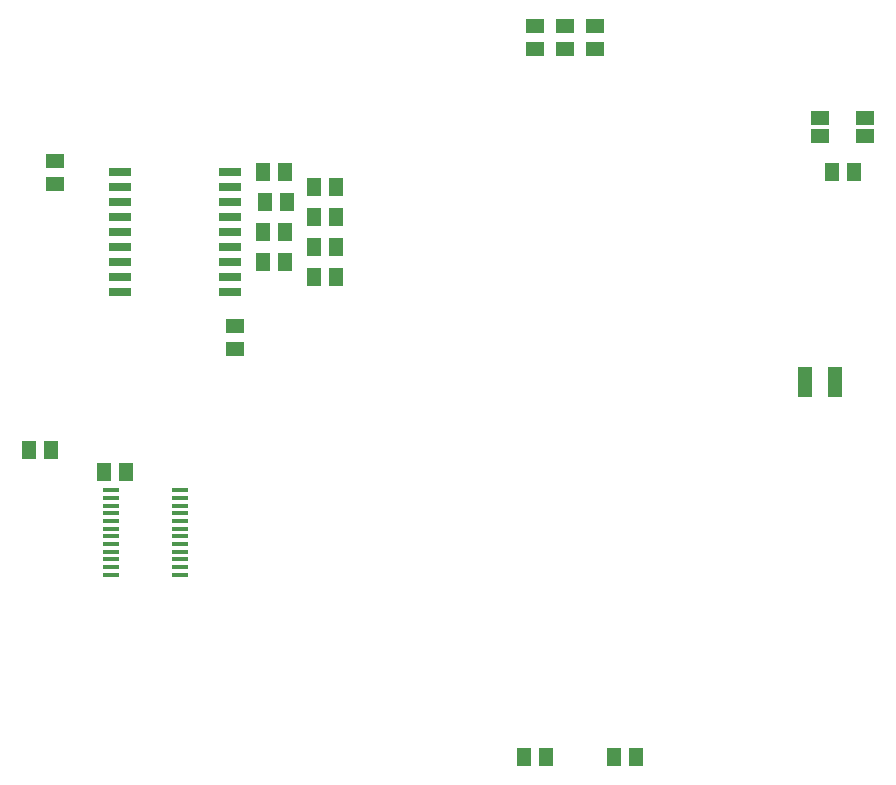
<source format=gbr>
G04 EAGLE Gerber RS-274X export*
G75*
%MOMM*%
%FSLAX34Y34*%
%LPD*%
%INSolderpaste Bottom*%
%IPPOS*%
%AMOC8*
5,1,8,0,0,1.08239X$1,22.5*%
G01*
%ADD10R,1.500000X1.300000*%
%ADD11R,1.300000X1.500000*%
%ADD12R,1.850000X0.650000*%
%ADD13R,1.450000X0.450000*%
%ADD14R,1.270000X2.540000*%
%ADD15R,1.600200X1.168400*%


D10*
X1689100Y542900D03*
X1689100Y523900D03*
D11*
X1578000Y419100D03*
X1597000Y419100D03*
D12*
X1591550Y571500D03*
X1591550Y584200D03*
X1591550Y596900D03*
X1591550Y609600D03*
X1591550Y622300D03*
X1591550Y635000D03*
X1591550Y647700D03*
X1591550Y660400D03*
X1591550Y673100D03*
X1685050Y673100D03*
X1685050Y660400D03*
X1685050Y647700D03*
X1685050Y635000D03*
X1685050Y622300D03*
X1685050Y609600D03*
X1685050Y596900D03*
X1685050Y584200D03*
X1685050Y571500D03*
D13*
X1642150Y404050D03*
X1642150Y397550D03*
X1642150Y391050D03*
X1642150Y384550D03*
X1642150Y378050D03*
X1642150Y371550D03*
X1642150Y365050D03*
X1642150Y358550D03*
X1642150Y352050D03*
X1642150Y345550D03*
X1642150Y339050D03*
X1642150Y332550D03*
X1583650Y332550D03*
X1583650Y339050D03*
X1583650Y345550D03*
X1583650Y352050D03*
X1583650Y358550D03*
X1583650Y365050D03*
X1583650Y371550D03*
X1583650Y378050D03*
X1583650Y384550D03*
X1583650Y391050D03*
X1583650Y397550D03*
X1583650Y404050D03*
D11*
X1514500Y438150D03*
X1533500Y438150D03*
X1774800Y584200D03*
X1755800Y584200D03*
X1731620Y596900D03*
X1712620Y596900D03*
X1774800Y609600D03*
X1755800Y609600D03*
X1731620Y622300D03*
X1712620Y622300D03*
X1774800Y635000D03*
X1755800Y635000D03*
X1732890Y647700D03*
X1713890Y647700D03*
X1774800Y660400D03*
X1755800Y660400D03*
X1731620Y673100D03*
X1712620Y673100D03*
D10*
X1993900Y796900D03*
X1993900Y777900D03*
X1968500Y796900D03*
X1968500Y777900D03*
X1943100Y796900D03*
X1943100Y777900D03*
D11*
X1952600Y177800D03*
X1933600Y177800D03*
X2009800Y177800D03*
X2028800Y177800D03*
D14*
X2171700Y495300D03*
X2197100Y495300D03*
D10*
X1536700Y663600D03*
X1536700Y682600D03*
D15*
X2222500Y718820D03*
X2222500Y703580D03*
X2184400Y718820D03*
X2184400Y703580D03*
D11*
X2212950Y673100D03*
X2193950Y673100D03*
M02*

</source>
